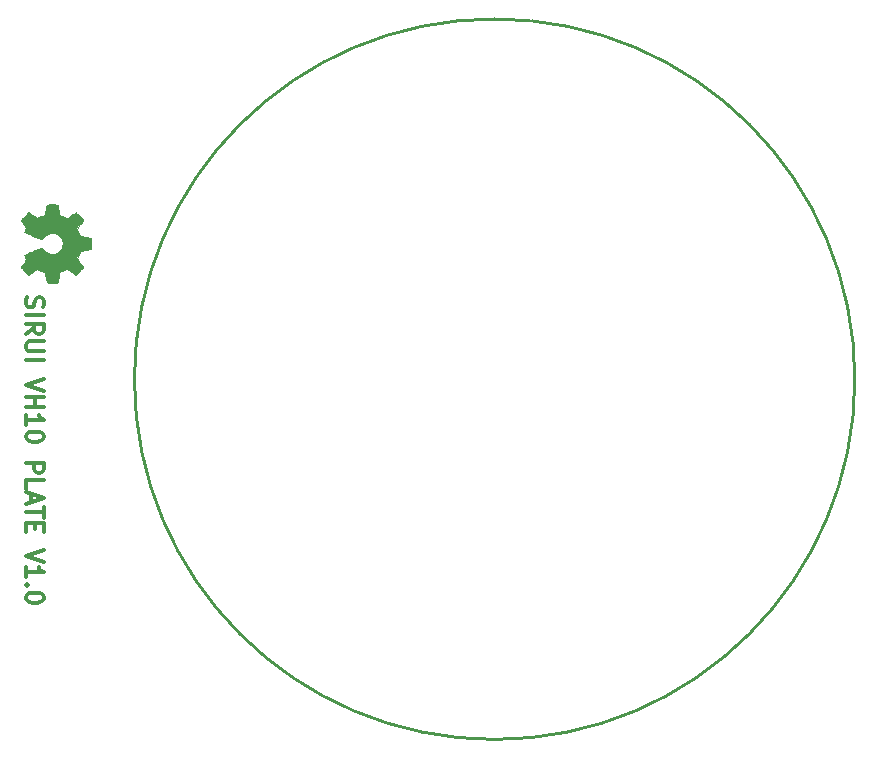
<source format=gbr>
G04 #@! TF.GenerationSoftware,KiCad,Pcbnew,(5.1.5)-3*
G04 #@! TF.CreationDate,2020-05-31T17:41:30+02:00*
G04 #@! TF.ProjectId,Sirui-VH-10-plate,53697275-692d-4564-982d-31302d706c61,rev?*
G04 #@! TF.SameCoordinates,Original*
G04 #@! TF.FileFunction,Legend,Top*
G04 #@! TF.FilePolarity,Positive*
%FSLAX46Y46*%
G04 Gerber Fmt 4.6, Leading zero omitted, Abs format (unit mm)*
G04 Created by KiCad (PCBNEW (5.1.5)-3) date 2020-05-31 17:41:30*
%MOMM*%
%LPD*%
G04 APERTURE LIST*
%ADD10C,0.300000*%
%ADD11C,0.250000*%
%ADD12C,0.010000*%
G04 APERTURE END LIST*
D10*
X97892857Y-101571428D02*
X97821428Y-101785714D01*
X97821428Y-102142857D01*
X97892857Y-102285714D01*
X97964285Y-102357142D01*
X98107142Y-102428571D01*
X98250000Y-102428571D01*
X98392857Y-102357142D01*
X98464285Y-102285714D01*
X98535714Y-102142857D01*
X98607142Y-101857142D01*
X98678571Y-101714285D01*
X98750000Y-101642857D01*
X98892857Y-101571428D01*
X99035714Y-101571428D01*
X99178571Y-101642857D01*
X99250000Y-101714285D01*
X99321428Y-101857142D01*
X99321428Y-102214285D01*
X99250000Y-102428571D01*
X97821428Y-103071428D02*
X99321428Y-103071428D01*
X97821428Y-104642857D02*
X98535714Y-104142857D01*
X97821428Y-103785714D02*
X99321428Y-103785714D01*
X99321428Y-104357142D01*
X99250000Y-104500000D01*
X99178571Y-104571428D01*
X99035714Y-104642857D01*
X98821428Y-104642857D01*
X98678571Y-104571428D01*
X98607142Y-104500000D01*
X98535714Y-104357142D01*
X98535714Y-103785714D01*
X99321428Y-105285714D02*
X98107142Y-105285714D01*
X97964285Y-105357142D01*
X97892857Y-105428571D01*
X97821428Y-105571428D01*
X97821428Y-105857142D01*
X97892857Y-106000000D01*
X97964285Y-106071428D01*
X98107142Y-106142857D01*
X99321428Y-106142857D01*
X97821428Y-106857142D02*
X99321428Y-106857142D01*
X99321428Y-108500000D02*
X97821428Y-109000000D01*
X99321428Y-109500000D01*
X97821428Y-110000000D02*
X99321428Y-110000000D01*
X98607142Y-110000000D02*
X98607142Y-110857142D01*
X97821428Y-110857142D02*
X99321428Y-110857142D01*
X97821428Y-112357142D02*
X97821428Y-111500000D01*
X97821428Y-111928571D02*
X99321428Y-111928571D01*
X99107142Y-111785714D01*
X98964285Y-111642857D01*
X98892857Y-111500000D01*
X99321428Y-113285714D02*
X99321428Y-113428571D01*
X99250000Y-113571428D01*
X99178571Y-113642857D01*
X99035714Y-113714285D01*
X98750000Y-113785714D01*
X98392857Y-113785714D01*
X98107142Y-113714285D01*
X97964285Y-113642857D01*
X97892857Y-113571428D01*
X97821428Y-113428571D01*
X97821428Y-113285714D01*
X97892857Y-113142857D01*
X97964285Y-113071428D01*
X98107142Y-113000000D01*
X98392857Y-112928571D01*
X98750000Y-112928571D01*
X99035714Y-113000000D01*
X99178571Y-113071428D01*
X99250000Y-113142857D01*
X99321428Y-113285714D01*
X97821428Y-115571428D02*
X99321428Y-115571428D01*
X99321428Y-116142857D01*
X99250000Y-116285714D01*
X99178571Y-116357142D01*
X99035714Y-116428571D01*
X98821428Y-116428571D01*
X98678571Y-116357142D01*
X98607142Y-116285714D01*
X98535714Y-116142857D01*
X98535714Y-115571428D01*
X97821428Y-117785714D02*
X97821428Y-117071428D01*
X99321428Y-117071428D01*
X98250000Y-118214285D02*
X98250000Y-118928571D01*
X97821428Y-118071428D02*
X99321428Y-118571428D01*
X97821428Y-119071428D01*
X99321428Y-119357142D02*
X99321428Y-120214285D01*
X97821428Y-119785714D02*
X99321428Y-119785714D01*
X98607142Y-120714285D02*
X98607142Y-121214285D01*
X97821428Y-121428571D02*
X97821428Y-120714285D01*
X99321428Y-120714285D01*
X99321428Y-121428571D01*
X99321428Y-123000000D02*
X97821428Y-123500000D01*
X99321428Y-124000000D01*
X97821428Y-125285714D02*
X97821428Y-124428571D01*
X97821428Y-124857142D02*
X99321428Y-124857142D01*
X99107142Y-124714285D01*
X98964285Y-124571428D01*
X98892857Y-124428571D01*
X97964285Y-125928571D02*
X97892857Y-126000000D01*
X97821428Y-125928571D01*
X97892857Y-125857142D01*
X97964285Y-125928571D01*
X97821428Y-125928571D01*
X99321428Y-126928571D02*
X99321428Y-127071428D01*
X99250000Y-127214285D01*
X99178571Y-127285714D01*
X99035714Y-127357142D01*
X98750000Y-127428571D01*
X98392857Y-127428571D01*
X98107142Y-127357142D01*
X97964285Y-127285714D01*
X97892857Y-127214285D01*
X97821428Y-127071428D01*
X97821428Y-126928571D01*
X97892857Y-126785714D01*
X97964285Y-126714285D01*
X98107142Y-126642857D01*
X98392857Y-126571428D01*
X98750000Y-126571428D01*
X99035714Y-126642857D01*
X99178571Y-126714285D01*
X99250000Y-126785714D01*
X99321428Y-126928571D01*
D11*
X168000000Y-108500000D02*
G75*
G03X168000000Y-108500000I-30500000J0D01*
G01*
D12*
G36*
X102873363Y-97560470D02*
G01*
X102428739Y-97644291D01*
X102301241Y-97953576D01*
X102173743Y-98262862D01*
X102426048Y-98633902D01*
X102496298Y-98737813D01*
X102559022Y-98831743D01*
X102611356Y-98911308D01*
X102650437Y-98972126D01*
X102673401Y-99009813D01*
X102678352Y-99020077D01*
X102665618Y-99038566D01*
X102630412Y-99078076D01*
X102577232Y-99134178D01*
X102510576Y-99202443D01*
X102434940Y-99278442D01*
X102354822Y-99357748D01*
X102274720Y-99435931D01*
X102199130Y-99508563D01*
X102132549Y-99571215D01*
X102079476Y-99619459D01*
X102044407Y-99648866D01*
X102032671Y-99655897D01*
X102011034Y-99645779D01*
X101963632Y-99617415D01*
X101895101Y-99573785D01*
X101810079Y-99517874D01*
X101713201Y-99452662D01*
X101657944Y-99414875D01*
X101557046Y-99345999D01*
X101465995Y-99284796D01*
X101389324Y-99234234D01*
X101331566Y-99197284D01*
X101297251Y-99176914D01*
X101290040Y-99173853D01*
X101269546Y-99180792D01*
X101221781Y-99199707D01*
X101153462Y-99227743D01*
X101071305Y-99262047D01*
X100982024Y-99299765D01*
X100892336Y-99338043D01*
X100808956Y-99374026D01*
X100738600Y-99404862D01*
X100687984Y-99427695D01*
X100663823Y-99439673D01*
X100662872Y-99440380D01*
X100658258Y-99459187D01*
X100647966Y-99509274D01*
X100633007Y-99585449D01*
X100614393Y-99682521D01*
X100593135Y-99795299D01*
X100580876Y-99861098D01*
X100557932Y-99981606D01*
X100536099Y-100090453D01*
X100516572Y-100182132D01*
X100500546Y-100251137D01*
X100489215Y-100291960D01*
X100485620Y-100300167D01*
X100461288Y-100308204D01*
X100406335Y-100314689D01*
X100327186Y-100319626D01*
X100230268Y-100323020D01*
X100122007Y-100324874D01*
X100008829Y-100325194D01*
X99897159Y-100323983D01*
X99793426Y-100321246D01*
X99704053Y-100316987D01*
X99635468Y-100311211D01*
X99594097Y-100303923D01*
X99585484Y-100299551D01*
X99575161Y-100273420D01*
X99560402Y-100218049D01*
X99542942Y-100140763D01*
X99524514Y-100048886D01*
X99518553Y-100016814D01*
X99490228Y-99862180D01*
X99467418Y-99740031D01*
X99449214Y-99646329D01*
X99434711Y-99577040D01*
X99423002Y-99528127D01*
X99413179Y-99495553D01*
X99404338Y-99475284D01*
X99395570Y-99463282D01*
X99393837Y-99461603D01*
X99365923Y-99444840D01*
X99311599Y-99419270D01*
X99237517Y-99387444D01*
X99150329Y-99351916D01*
X99056686Y-99315239D01*
X98963242Y-99279967D01*
X98876647Y-99248652D01*
X98803554Y-99223849D01*
X98750616Y-99208110D01*
X98724483Y-99203988D01*
X98723568Y-99204332D01*
X98702208Y-99218297D01*
X98655210Y-99249978D01*
X98587467Y-99296047D01*
X98503871Y-99353174D01*
X98409312Y-99418029D01*
X98382440Y-99436499D01*
X98285019Y-99502355D01*
X98196131Y-99560306D01*
X98120882Y-99607194D01*
X98064374Y-99639863D01*
X98031713Y-99655156D01*
X98027701Y-99655897D01*
X98006610Y-99643048D01*
X97964830Y-99607544D01*
X97906849Y-99553949D01*
X97837159Y-99486827D01*
X97760249Y-99410743D01*
X97680611Y-99330260D01*
X97602733Y-99249943D01*
X97531108Y-99174355D01*
X97470224Y-99108061D01*
X97424573Y-99055625D01*
X97398644Y-99021611D01*
X97394411Y-99012201D01*
X97404382Y-98990299D01*
X97431274Y-98945456D01*
X97470558Y-98884977D01*
X97502177Y-98838445D01*
X97560196Y-98754131D01*
X97628510Y-98654282D01*
X97696715Y-98554129D01*
X97733219Y-98500283D01*
X97856494Y-98318027D01*
X97773774Y-98165037D01*
X97737535Y-98095338D01*
X97709368Y-98036070D01*
X97693303Y-97995967D01*
X97691068Y-97985759D01*
X97707572Y-97973485D01*
X97754212Y-97949269D01*
X97826685Y-97914919D01*
X97920688Y-97872244D01*
X98031920Y-97823050D01*
X98156079Y-97769146D01*
X98288862Y-97712340D01*
X98425967Y-97654438D01*
X98563092Y-97597249D01*
X98695936Y-97542580D01*
X98820196Y-97492240D01*
X98931569Y-97448036D01*
X99025755Y-97411775D01*
X99098450Y-97385265D01*
X99145353Y-97370314D01*
X99161461Y-97367910D01*
X99182008Y-97386967D01*
X99215361Y-97428692D01*
X99254592Y-97484362D01*
X99257695Y-97489034D01*
X99372871Y-97632920D01*
X99507241Y-97748939D01*
X99656510Y-97836086D01*
X99816381Y-97893355D01*
X99982557Y-97919742D01*
X100150742Y-97914241D01*
X100316639Y-97875846D01*
X100475952Y-97803551D01*
X100510807Y-97782282D01*
X100651557Y-97671652D01*
X100764580Y-97540958D01*
X100849291Y-97394720D01*
X100905100Y-97237464D01*
X100931420Y-97073713D01*
X100927664Y-96907989D01*
X100893244Y-96744818D01*
X100827571Y-96588721D01*
X100730059Y-96444223D01*
X100690481Y-96399525D01*
X100566591Y-96285768D01*
X100436170Y-96202874D01*
X100289979Y-96146012D01*
X100145206Y-96114343D01*
X99982434Y-96106525D01*
X99818854Y-96132594D01*
X99659996Y-96189901D01*
X99511388Y-96275800D01*
X99378559Y-96387642D01*
X99267038Y-96522779D01*
X99255283Y-96540539D01*
X99216786Y-96596806D01*
X99183431Y-96639579D01*
X99162134Y-96660028D01*
X99161461Y-96660325D01*
X99138423Y-96655935D01*
X99086137Y-96638532D01*
X99008904Y-96609924D01*
X98911026Y-96571921D01*
X98796803Y-96526330D01*
X98670536Y-96474959D01*
X98536527Y-96419618D01*
X98399076Y-96362114D01*
X98262486Y-96304257D01*
X98131057Y-96247854D01*
X98009089Y-96194714D01*
X97900885Y-96146646D01*
X97810745Y-96105457D01*
X97742971Y-96072957D01*
X97701864Y-96050953D01*
X97691068Y-96042092D01*
X97699475Y-96015016D01*
X97722022Y-95964353D01*
X97754681Y-95898839D01*
X97773774Y-95862815D01*
X97856494Y-95709824D01*
X97733219Y-95527568D01*
X97670066Y-95434531D01*
X97600567Y-95332671D01*
X97535129Y-95237218D01*
X97502177Y-95189406D01*
X97457021Y-95122161D01*
X97421237Y-95065220D01*
X97399356Y-95026010D01*
X97394731Y-95013275D01*
X97407209Y-94994739D01*
X97442042Y-94953715D01*
X97495616Y-94894181D01*
X97564311Y-94820114D01*
X97644513Y-94735491D01*
X97696008Y-94681971D01*
X97788008Y-94588337D01*
X97870295Y-94507415D01*
X97939349Y-94442479D01*
X97991650Y-94396798D01*
X98023678Y-94373645D01*
X98030178Y-94371424D01*
X98054900Y-94381732D01*
X98104889Y-94410217D01*
X98175082Y-94453719D01*
X98260419Y-94509079D01*
X98355838Y-94573136D01*
X98382440Y-94591353D01*
X98479127Y-94657729D01*
X98566177Y-94717278D01*
X98638699Y-94766672D01*
X98691801Y-94802581D01*
X98720591Y-94821675D01*
X98723568Y-94823520D01*
X98746512Y-94820761D01*
X98796958Y-94806118D01*
X98868253Y-94782143D01*
X98953747Y-94751390D01*
X99046787Y-94716412D01*
X99140720Y-94679763D01*
X99228895Y-94643995D01*
X99304660Y-94611662D01*
X99361363Y-94585318D01*
X99392351Y-94567514D01*
X99393837Y-94566249D01*
X99402693Y-94555362D01*
X99411451Y-94536974D01*
X99421017Y-94507050D01*
X99432298Y-94461553D01*
X99446201Y-94396447D01*
X99463631Y-94307695D01*
X99485496Y-94191263D01*
X99512703Y-94043114D01*
X99518553Y-94011038D01*
X99536920Y-93915970D01*
X99554889Y-93833091D01*
X99570725Y-93769726D01*
X99582694Y-93733198D01*
X99585484Y-93728300D01*
X99610222Y-93720229D01*
X99665504Y-93713669D01*
X99744905Y-93708623D01*
X99841998Y-93705097D01*
X99950356Y-93703095D01*
X100063554Y-93702620D01*
X100175166Y-93703679D01*
X100278765Y-93706274D01*
X100367926Y-93710410D01*
X100436222Y-93716093D01*
X100477228Y-93723325D01*
X100485620Y-93727685D01*
X100494086Y-93751958D01*
X100507859Y-93807230D01*
X100525744Y-93887994D01*
X100546546Y-93988744D01*
X100569071Y-94103973D01*
X100580876Y-94166754D01*
X100603143Y-94285869D01*
X100623315Y-94392091D01*
X100640379Y-94480229D01*
X100653325Y-94545090D01*
X100661139Y-94581482D01*
X100662872Y-94587472D01*
X100682404Y-94597595D01*
X100729451Y-94618994D01*
X100797291Y-94648817D01*
X100879203Y-94684211D01*
X100968466Y-94722324D01*
X101058359Y-94760303D01*
X101142159Y-94795296D01*
X101213147Y-94824450D01*
X101264600Y-94844913D01*
X101289797Y-94853833D01*
X101290898Y-94853999D01*
X101310775Y-94843887D01*
X101356517Y-94815539D01*
X101423577Y-94771933D01*
X101507410Y-94716050D01*
X101603468Y-94650869D01*
X101658644Y-94612977D01*
X101759813Y-94543931D01*
X101851664Y-94482606D01*
X101929550Y-94431993D01*
X101988825Y-94395085D01*
X102024843Y-94374874D01*
X102032917Y-94371955D01*
X102051710Y-94384503D01*
X102091837Y-94419193D01*
X102148801Y-94471593D01*
X102218109Y-94537272D01*
X102295263Y-94611800D01*
X102375769Y-94690743D01*
X102455131Y-94769673D01*
X102528854Y-94844156D01*
X102592442Y-94909762D01*
X102641400Y-94962060D01*
X102671233Y-94996617D01*
X102678352Y-95008178D01*
X102668341Y-95027002D01*
X102640216Y-95072025D01*
X102596840Y-95138869D01*
X102541076Y-95223157D01*
X102475788Y-95320512D01*
X102426048Y-95393949D01*
X102173743Y-95764989D01*
X102428739Y-96383561D01*
X102873363Y-96467381D01*
X103317987Y-96551202D01*
X103317987Y-97476650D01*
X102873363Y-97560470D01*
G37*
X102873363Y-97560470D02*
X102428739Y-97644291D01*
X102301241Y-97953576D01*
X102173743Y-98262862D01*
X102426048Y-98633902D01*
X102496298Y-98737813D01*
X102559022Y-98831743D01*
X102611356Y-98911308D01*
X102650437Y-98972126D01*
X102673401Y-99009813D01*
X102678352Y-99020077D01*
X102665618Y-99038566D01*
X102630412Y-99078076D01*
X102577232Y-99134178D01*
X102510576Y-99202443D01*
X102434940Y-99278442D01*
X102354822Y-99357748D01*
X102274720Y-99435931D01*
X102199130Y-99508563D01*
X102132549Y-99571215D01*
X102079476Y-99619459D01*
X102044407Y-99648866D01*
X102032671Y-99655897D01*
X102011034Y-99645779D01*
X101963632Y-99617415D01*
X101895101Y-99573785D01*
X101810079Y-99517874D01*
X101713201Y-99452662D01*
X101657944Y-99414875D01*
X101557046Y-99345999D01*
X101465995Y-99284796D01*
X101389324Y-99234234D01*
X101331566Y-99197284D01*
X101297251Y-99176914D01*
X101290040Y-99173853D01*
X101269546Y-99180792D01*
X101221781Y-99199707D01*
X101153462Y-99227743D01*
X101071305Y-99262047D01*
X100982024Y-99299765D01*
X100892336Y-99338043D01*
X100808956Y-99374026D01*
X100738600Y-99404862D01*
X100687984Y-99427695D01*
X100663823Y-99439673D01*
X100662872Y-99440380D01*
X100658258Y-99459187D01*
X100647966Y-99509274D01*
X100633007Y-99585449D01*
X100614393Y-99682521D01*
X100593135Y-99795299D01*
X100580876Y-99861098D01*
X100557932Y-99981606D01*
X100536099Y-100090453D01*
X100516572Y-100182132D01*
X100500546Y-100251137D01*
X100489215Y-100291960D01*
X100485620Y-100300167D01*
X100461288Y-100308204D01*
X100406335Y-100314689D01*
X100327186Y-100319626D01*
X100230268Y-100323020D01*
X100122007Y-100324874D01*
X100008829Y-100325194D01*
X99897159Y-100323983D01*
X99793426Y-100321246D01*
X99704053Y-100316987D01*
X99635468Y-100311211D01*
X99594097Y-100303923D01*
X99585484Y-100299551D01*
X99575161Y-100273420D01*
X99560402Y-100218049D01*
X99542942Y-100140763D01*
X99524514Y-100048886D01*
X99518553Y-100016814D01*
X99490228Y-99862180D01*
X99467418Y-99740031D01*
X99449214Y-99646329D01*
X99434711Y-99577040D01*
X99423002Y-99528127D01*
X99413179Y-99495553D01*
X99404338Y-99475284D01*
X99395570Y-99463282D01*
X99393837Y-99461603D01*
X99365923Y-99444840D01*
X99311599Y-99419270D01*
X99237517Y-99387444D01*
X99150329Y-99351916D01*
X99056686Y-99315239D01*
X98963242Y-99279967D01*
X98876647Y-99248652D01*
X98803554Y-99223849D01*
X98750616Y-99208110D01*
X98724483Y-99203988D01*
X98723568Y-99204332D01*
X98702208Y-99218297D01*
X98655210Y-99249978D01*
X98587467Y-99296047D01*
X98503871Y-99353174D01*
X98409312Y-99418029D01*
X98382440Y-99436499D01*
X98285019Y-99502355D01*
X98196131Y-99560306D01*
X98120882Y-99607194D01*
X98064374Y-99639863D01*
X98031713Y-99655156D01*
X98027701Y-99655897D01*
X98006610Y-99643048D01*
X97964830Y-99607544D01*
X97906849Y-99553949D01*
X97837159Y-99486827D01*
X97760249Y-99410743D01*
X97680611Y-99330260D01*
X97602733Y-99249943D01*
X97531108Y-99174355D01*
X97470224Y-99108061D01*
X97424573Y-99055625D01*
X97398644Y-99021611D01*
X97394411Y-99012201D01*
X97404382Y-98990299D01*
X97431274Y-98945456D01*
X97470558Y-98884977D01*
X97502177Y-98838445D01*
X97560196Y-98754131D01*
X97628510Y-98654282D01*
X97696715Y-98554129D01*
X97733219Y-98500283D01*
X97856494Y-98318027D01*
X97773774Y-98165037D01*
X97737535Y-98095338D01*
X97709368Y-98036070D01*
X97693303Y-97995967D01*
X97691068Y-97985759D01*
X97707572Y-97973485D01*
X97754212Y-97949269D01*
X97826685Y-97914919D01*
X97920688Y-97872244D01*
X98031920Y-97823050D01*
X98156079Y-97769146D01*
X98288862Y-97712340D01*
X98425967Y-97654438D01*
X98563092Y-97597249D01*
X98695936Y-97542580D01*
X98820196Y-97492240D01*
X98931569Y-97448036D01*
X99025755Y-97411775D01*
X99098450Y-97385265D01*
X99145353Y-97370314D01*
X99161461Y-97367910D01*
X99182008Y-97386967D01*
X99215361Y-97428692D01*
X99254592Y-97484362D01*
X99257695Y-97489034D01*
X99372871Y-97632920D01*
X99507241Y-97748939D01*
X99656510Y-97836086D01*
X99816381Y-97893355D01*
X99982557Y-97919742D01*
X100150742Y-97914241D01*
X100316639Y-97875846D01*
X100475952Y-97803551D01*
X100510807Y-97782282D01*
X100651557Y-97671652D01*
X100764580Y-97540958D01*
X100849291Y-97394720D01*
X100905100Y-97237464D01*
X100931420Y-97073713D01*
X100927664Y-96907989D01*
X100893244Y-96744818D01*
X100827571Y-96588721D01*
X100730059Y-96444223D01*
X100690481Y-96399525D01*
X100566591Y-96285768D01*
X100436170Y-96202874D01*
X100289979Y-96146012D01*
X100145206Y-96114343D01*
X99982434Y-96106525D01*
X99818854Y-96132594D01*
X99659996Y-96189901D01*
X99511388Y-96275800D01*
X99378559Y-96387642D01*
X99267038Y-96522779D01*
X99255283Y-96540539D01*
X99216786Y-96596806D01*
X99183431Y-96639579D01*
X99162134Y-96660028D01*
X99161461Y-96660325D01*
X99138423Y-96655935D01*
X99086137Y-96638532D01*
X99008904Y-96609924D01*
X98911026Y-96571921D01*
X98796803Y-96526330D01*
X98670536Y-96474959D01*
X98536527Y-96419618D01*
X98399076Y-96362114D01*
X98262486Y-96304257D01*
X98131057Y-96247854D01*
X98009089Y-96194714D01*
X97900885Y-96146646D01*
X97810745Y-96105457D01*
X97742971Y-96072957D01*
X97701864Y-96050953D01*
X97691068Y-96042092D01*
X97699475Y-96015016D01*
X97722022Y-95964353D01*
X97754681Y-95898839D01*
X97773774Y-95862815D01*
X97856494Y-95709824D01*
X97733219Y-95527568D01*
X97670066Y-95434531D01*
X97600567Y-95332671D01*
X97535129Y-95237218D01*
X97502177Y-95189406D01*
X97457021Y-95122161D01*
X97421237Y-95065220D01*
X97399356Y-95026010D01*
X97394731Y-95013275D01*
X97407209Y-94994739D01*
X97442042Y-94953715D01*
X97495616Y-94894181D01*
X97564311Y-94820114D01*
X97644513Y-94735491D01*
X97696008Y-94681971D01*
X97788008Y-94588337D01*
X97870295Y-94507415D01*
X97939349Y-94442479D01*
X97991650Y-94396798D01*
X98023678Y-94373645D01*
X98030178Y-94371424D01*
X98054900Y-94381732D01*
X98104889Y-94410217D01*
X98175082Y-94453719D01*
X98260419Y-94509079D01*
X98355838Y-94573136D01*
X98382440Y-94591353D01*
X98479127Y-94657729D01*
X98566177Y-94717278D01*
X98638699Y-94766672D01*
X98691801Y-94802581D01*
X98720591Y-94821675D01*
X98723568Y-94823520D01*
X98746512Y-94820761D01*
X98796958Y-94806118D01*
X98868253Y-94782143D01*
X98953747Y-94751390D01*
X99046787Y-94716412D01*
X99140720Y-94679763D01*
X99228895Y-94643995D01*
X99304660Y-94611662D01*
X99361363Y-94585318D01*
X99392351Y-94567514D01*
X99393837Y-94566249D01*
X99402693Y-94555362D01*
X99411451Y-94536974D01*
X99421017Y-94507050D01*
X99432298Y-94461553D01*
X99446201Y-94396447D01*
X99463631Y-94307695D01*
X99485496Y-94191263D01*
X99512703Y-94043114D01*
X99518553Y-94011038D01*
X99536920Y-93915970D01*
X99554889Y-93833091D01*
X99570725Y-93769726D01*
X99582694Y-93733198D01*
X99585484Y-93728300D01*
X99610222Y-93720229D01*
X99665504Y-93713669D01*
X99744905Y-93708623D01*
X99841998Y-93705097D01*
X99950356Y-93703095D01*
X100063554Y-93702620D01*
X100175166Y-93703679D01*
X100278765Y-93706274D01*
X100367926Y-93710410D01*
X100436222Y-93716093D01*
X100477228Y-93723325D01*
X100485620Y-93727685D01*
X100494086Y-93751958D01*
X100507859Y-93807230D01*
X100525744Y-93887994D01*
X100546546Y-93988744D01*
X100569071Y-94103973D01*
X100580876Y-94166754D01*
X100603143Y-94285869D01*
X100623315Y-94392091D01*
X100640379Y-94480229D01*
X100653325Y-94545090D01*
X100661139Y-94581482D01*
X100662872Y-94587472D01*
X100682404Y-94597595D01*
X100729451Y-94618994D01*
X100797291Y-94648817D01*
X100879203Y-94684211D01*
X100968466Y-94722324D01*
X101058359Y-94760303D01*
X101142159Y-94795296D01*
X101213147Y-94824450D01*
X101264600Y-94844913D01*
X101289797Y-94853833D01*
X101290898Y-94853999D01*
X101310775Y-94843887D01*
X101356517Y-94815539D01*
X101423577Y-94771933D01*
X101507410Y-94716050D01*
X101603468Y-94650869D01*
X101658644Y-94612977D01*
X101759813Y-94543931D01*
X101851664Y-94482606D01*
X101929550Y-94431993D01*
X101988825Y-94395085D01*
X102024843Y-94374874D01*
X102032917Y-94371955D01*
X102051710Y-94384503D01*
X102091837Y-94419193D01*
X102148801Y-94471593D01*
X102218109Y-94537272D01*
X102295263Y-94611800D01*
X102375769Y-94690743D01*
X102455131Y-94769673D01*
X102528854Y-94844156D01*
X102592442Y-94909762D01*
X102641400Y-94962060D01*
X102671233Y-94996617D01*
X102678352Y-95008178D01*
X102668341Y-95027002D01*
X102640216Y-95072025D01*
X102596840Y-95138869D01*
X102541076Y-95223157D01*
X102475788Y-95320512D01*
X102426048Y-95393949D01*
X102173743Y-95764989D01*
X102428739Y-96383561D01*
X102873363Y-96467381D01*
X103317987Y-96551202D01*
X103317987Y-97476650D01*
X102873363Y-97560470D01*
M02*

</source>
